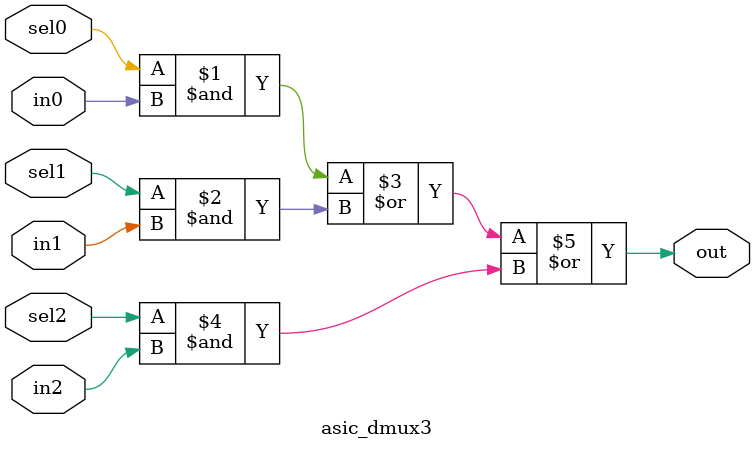
<source format=v>


module asic_dmux3 #(parameter PROP = "DEFAULT")   (
    input  sel2,
    input  sel1,
    input  sel0,
    input  in2,
    input  in1,
    input  in0,
    output out
    );

   assign out = sel0 & in0 |
		sel1 & in1 |
		sel2 & in2;

endmodule

</source>
